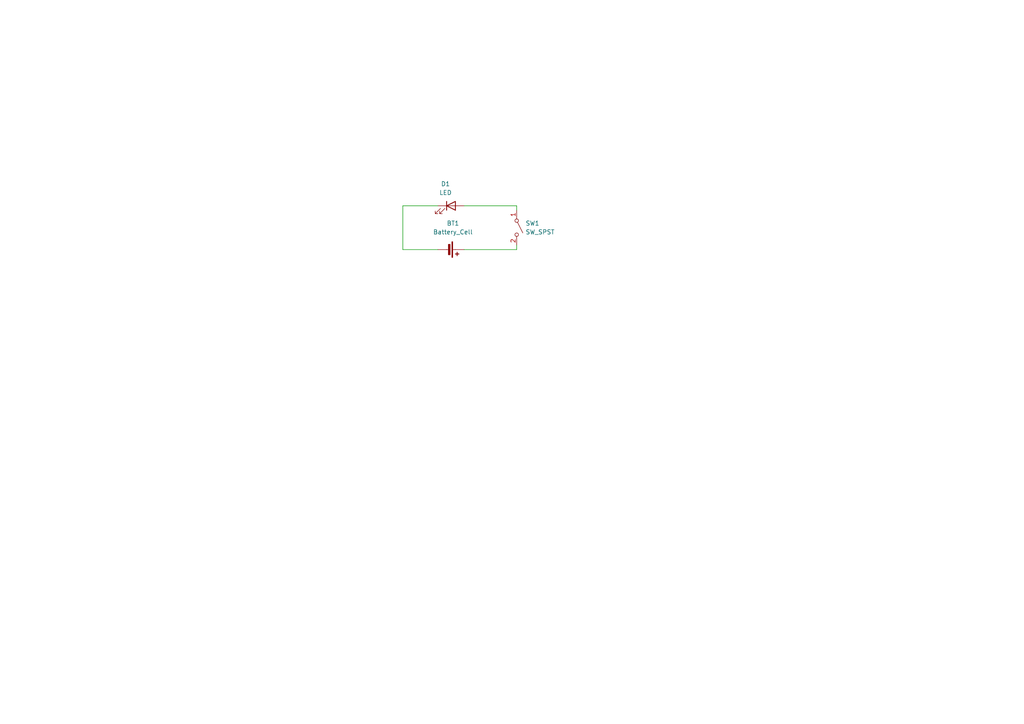
<source format=kicad_sch>
(kicad_sch (version 20250114) (generator "eeschema") (generator_version "9.0")
  (paper "A4")
  (lib_symbols
    (symbol "Device:Battery_Cell" (pin_numbers (hide yes)) (pin_names (offset 0) (hide yes))
      (property "Reference" "BT" (at 2.54 2.54 0))
      (property "Value" "Battery_Cell" (at 2.54 0 0))
      (symbol "Battery_Cell_0_1"
        (rectangle (start -2.286 1.778) (end 2.286 1.524) (fill (type outline)))
        (rectangle (start -1.524 1.016) (end 1.524 0.508) (fill (type outline)))
        (polyline (pts (xy 0 1.778) (xy 0 2.54)))
        (polyline (pts (xy 0 0.762) (xy 0 0)))
        (polyline (pts (xy 0.762 3.048) (xy 1.778 3.048)) (stroke (width 0.254)))
        (polyline (pts (xy 1.27 3.556) (xy 1.27 2.54)) (stroke (width 0.254)))
      )
      (symbol "Battery_Cell_1_1"
        (pin passive line (at 0 5.08 270) (length 2.54) (name "+") (number "1"))
        (pin passive line (at 0 -2.54 90) (length 2.54) (name "-") (number "2"))
      )
    )
    (symbol "Device:LED" (pin_numbers (hide yes)) (pin_names (offset 1.016) (hide yes))
      (property "Reference" "D" (at 0 2.54 0))
      (property "Value" "LED" (at 0 -2.54 0))
      (symbol "LED_0_1"
        (polyline (pts (xy -3.048 -0.762) (xy -4.572 -2.286) (xy -3.81 -2.286) (xy -4.572 -2.286) (xy -4.572 -1.524)))
        (polyline (pts (xy -1.778 -0.762) (xy -3.302 -2.286) (xy -2.54 -2.286) (xy -3.302 -2.286) (xy -3.302 -1.524)))
        (polyline (pts (xy -1.27 0) (xy 1.27 0)))
        (polyline (pts (xy -1.27 -1.27) (xy -1.27 1.27)) (stroke (width 0.254)))
        (polyline (pts (xy 1.27 -1.27) (xy 1.27 1.27) (xy -1.27 0) (xy 1.27 -1.27)) (stroke (width 0.254)))
      )
      (symbol "LED_1_1"
        (pin passive line (at -3.81 0 0) (length 2.54) (name "K") (number "1"))
        (pin passive line (at 3.81 0 180) (length 2.54) (name "A") (number "2"))
      )
    )
    (symbol "Switch:SW_SPST" (pin_names (offset 0) (hide yes))
      (property "Reference" "SW" (at 0 3.175 0))
      (property "Value" "SW_SPST" (at 0 -2.54 0))
      (symbol "SW_SPST_0_0"
        (circle (center -2.032 0) (radius 0.508))
        (polyline (pts (xy -1.524 0.254) (xy 1.524 1.778)))
        (circle (center 2.032 0) (radius 0.508))
      )
      (symbol "SW_SPST_1_1"
        (pin passive line (at -5.08 0 0) (length 2.54) (name "A") (number "1"))
        (pin passive line (at 5.08 0 180) (length 2.54) (name "B") (number "2"))
      )
    )
  )
  (wire (pts (xy 116.84 59.69) (xy 116.84 72.39)))
  (wire (pts (xy 127 59.69) (xy 116.84 59.69)))
  (wire (pts (xy 149.86 60.96) (xy 149.86 59.69)))
  (wire (pts (xy 149.86 72.39) (xy 149.86 71.12)))
  (wire (pts (xy 149.86 59.69) (xy 134.62 59.69)))
  (wire (pts (xy 116.84 72.39) (xy 127 72.39)))
  (wire (pts (xy 134.62 72.39) (xy 149.86 72.39)))
  (symbol (lib_id "Switch:SW_SPST") (at 149.86 66.04 270) (unit 1)
    (property "Reference" "SW1" (at 152.4 64.7699 90) (effects (justify left)))
    (property "Value" "SW_SPST" (at 152.4 67.3099 90) (effects (justify left)))
    (property "Footprint" "Connector_PinHeader_2.54mm:PinHeader_1x02_P2.54mm_Vertical" (effects (hide yes)))
    (property "Description" "Single Pole Single Throw (SPST) switch" (effects (hide yes)))
  )
  (symbol (lib_id "Device:LED") (at 130.81 59.69 0) (unit 1)
    (property "Reference" "D1" (at 129.2225 53.34 0))
    (property "Value" "LED" (at 129.2225 55.88 0))
    (property "Footprint" "LED_THT:LED_D5.0mm" (effects (hide yes)))
    (property "Description" "Light emitting diode" (effects (hide yes)))
    (property "Sim.Pins" "1=K 2=A" (effects (hide yes)))
  )
  (symbol (lib_id "Device:Battery_Cell") (at 129.54 72.39 270) (unit 1)
    (property "Reference" "BT1" (at 131.3815 64.77 90))
    (property "Value" "Battery_Cell" (at 131.3815 67.31 90))
    (property "Footprint" "Battery:BatteryHolder_Keystone_3034_1x20mm" (effects (hide yes)))
    (property "Description" "Single-cell battery" (effects (hide yes)))
  )
)
</source>
